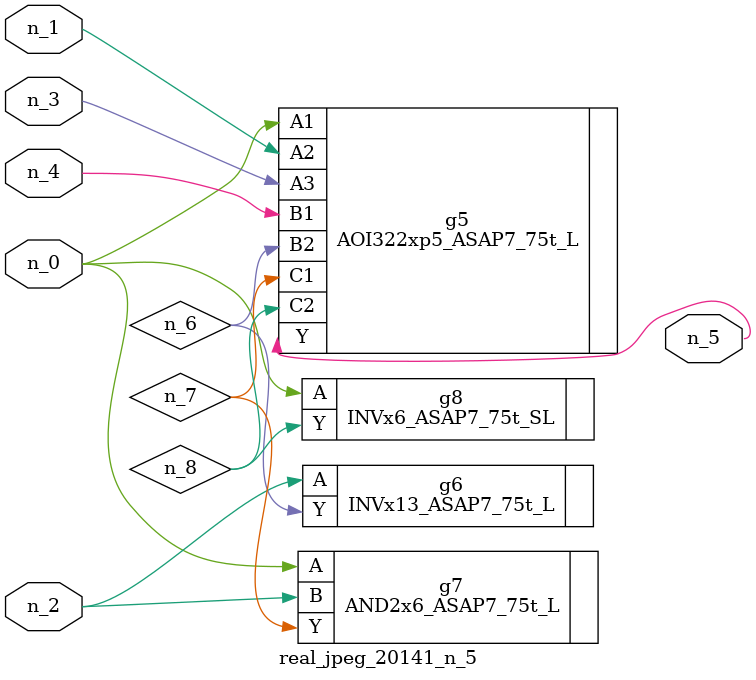
<source format=v>
module real_jpeg_20141_n_5 (n_4, n_0, n_1, n_2, n_3, n_5);

input n_4;
input n_0;
input n_1;
input n_2;
input n_3;

output n_5;

wire n_8;
wire n_6;
wire n_7;

AOI322xp5_ASAP7_75t_L g5 ( 
.A1(n_0),
.A2(n_1),
.A3(n_3),
.B1(n_4),
.B2(n_6),
.C1(n_7),
.C2(n_8),
.Y(n_5)
);

AND2x6_ASAP7_75t_L g7 ( 
.A(n_0),
.B(n_2),
.Y(n_7)
);

INVx6_ASAP7_75t_SL g8 ( 
.A(n_0),
.Y(n_8)
);

INVx13_ASAP7_75t_L g6 ( 
.A(n_2),
.Y(n_6)
);


endmodule
</source>
